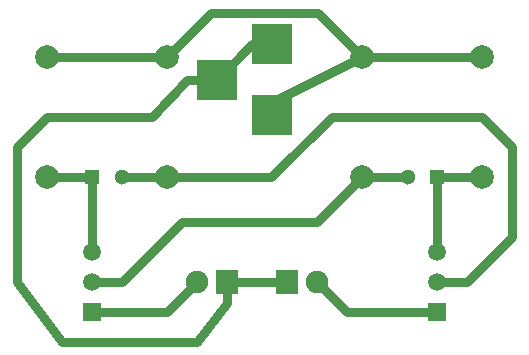
<source format=gbr>
G04 #@! TF.FileFunction,Copper,L2,Bot,Signal*
%FSLAX46Y46*%
G04 Gerber Fmt 4.6, Leading zero omitted, Abs format (unit mm)*
G04 Created by KiCad (PCBNEW 4.0.4+e1-6308~48~ubuntu14.04.1-stable) date Wed May 10 18:54:36 2017*
%MOMM*%
%LPD*%
G01*
G04 APERTURE LIST*
%ADD10C,0.100000*%
%ADD11R,3.500120X3.500120*%
%ADD12R,1.900000X2.000000*%
%ADD13C,1.900000*%
%ADD14R,1.300000X1.300000*%
%ADD15C,1.300000*%
%ADD16C,1.998980*%
%ADD17C,1.520000*%
%ADD18R,1.520000X1.520000*%
%ADD19C,0.787400*%
%ADD20C,0.800100*%
G04 APERTURE END LIST*
D10*
D11*
X101600000Y-69700140D03*
X101600000Y-63700660D03*
X96901000Y-66700400D03*
D12*
X97790000Y-83820000D03*
D13*
X95250000Y-83820000D03*
D12*
X102870000Y-83820000D03*
D13*
X105410000Y-83820000D03*
D14*
X86360000Y-74930000D03*
D15*
X88860000Y-74930000D03*
D14*
X115570000Y-74930000D03*
D15*
X113070000Y-74930000D03*
D16*
X119380000Y-64770000D03*
X119380000Y-74930000D03*
X109220000Y-64770000D03*
X109220000Y-74930000D03*
X92710000Y-64770000D03*
X92710000Y-74930000D03*
X82550000Y-64770000D03*
X82550000Y-74930000D03*
D17*
X86360000Y-83820000D03*
X86360000Y-81280000D03*
D18*
X86360000Y-86360000D03*
D17*
X115570000Y-83820000D03*
X115570000Y-81280000D03*
D18*
X115570000Y-86360000D03*
D19*
X92710000Y-74930000D02*
X88860000Y-74930000D01*
X106680000Y-69850000D02*
X119380000Y-69850000D01*
X101493322Y-74930000D02*
X94123492Y-74930000D01*
X106680000Y-69850000D02*
X101493322Y-74930000D01*
X92710000Y-74930000D02*
X94123492Y-74930000D01*
X118110000Y-83820000D02*
X115570000Y-83820000D01*
X121920000Y-80010000D02*
X118110000Y-83820000D01*
X121920000Y-72390000D02*
X121920000Y-80010000D01*
X119380000Y-69850000D02*
X121920000Y-72390000D01*
X82550000Y-74930000D02*
X86360000Y-74930000D01*
X86360000Y-74930000D02*
X86360000Y-81280000D01*
X109220000Y-74930000D02*
X105410000Y-78740000D01*
X105410000Y-78740000D02*
X93980000Y-78740000D01*
X93980000Y-78740000D02*
X88900000Y-83820000D01*
X88900000Y-83820000D02*
X86360000Y-83820000D01*
X113070000Y-74930000D02*
X109220000Y-74930000D01*
X119380000Y-74930000D02*
X115570000Y-74930000D01*
X115570000Y-74930000D02*
X115570000Y-81280000D01*
X97790000Y-83820000D02*
X102870000Y-83820000D01*
X96901000Y-66700400D02*
X94363540Y-66700400D01*
X94363540Y-66700400D02*
X91440000Y-69850000D01*
X91440000Y-69850000D02*
X82550000Y-69850000D01*
X82550000Y-69850000D02*
X80010000Y-72390000D01*
X80010000Y-72390000D02*
X80010000Y-83820000D01*
X80010000Y-83820000D02*
X83820000Y-88900000D01*
X83820000Y-88900000D02*
X95250000Y-88900000D01*
X95250000Y-88900000D02*
X97790000Y-85607400D01*
X97790000Y-85607400D02*
X97790000Y-83820000D01*
X101600000Y-63700660D02*
X99900740Y-63700660D01*
X99900740Y-63700660D02*
X96901000Y-66700400D01*
X86360000Y-86360000D02*
X92710000Y-86360000D01*
X92710000Y-86360000D02*
X95250000Y-83820000D01*
X115570000Y-86360000D02*
X107950000Y-86360000D01*
X107950000Y-86360000D02*
X105410000Y-83820000D01*
X109220000Y-64770000D02*
X105498899Y-61048899D01*
X105498899Y-61048899D02*
X96431101Y-61048899D01*
X96431101Y-61048899D02*
X93709489Y-63770511D01*
X93709489Y-63770511D02*
X92710000Y-64770000D01*
D20*
X109220000Y-64770000D02*
X101600000Y-68580000D01*
X101600000Y-68580000D02*
X101600000Y-69700140D01*
X92710000Y-64770000D02*
X82550000Y-64770000D01*
X119380000Y-64770000D02*
X109220000Y-64770000D01*
M02*

</source>
